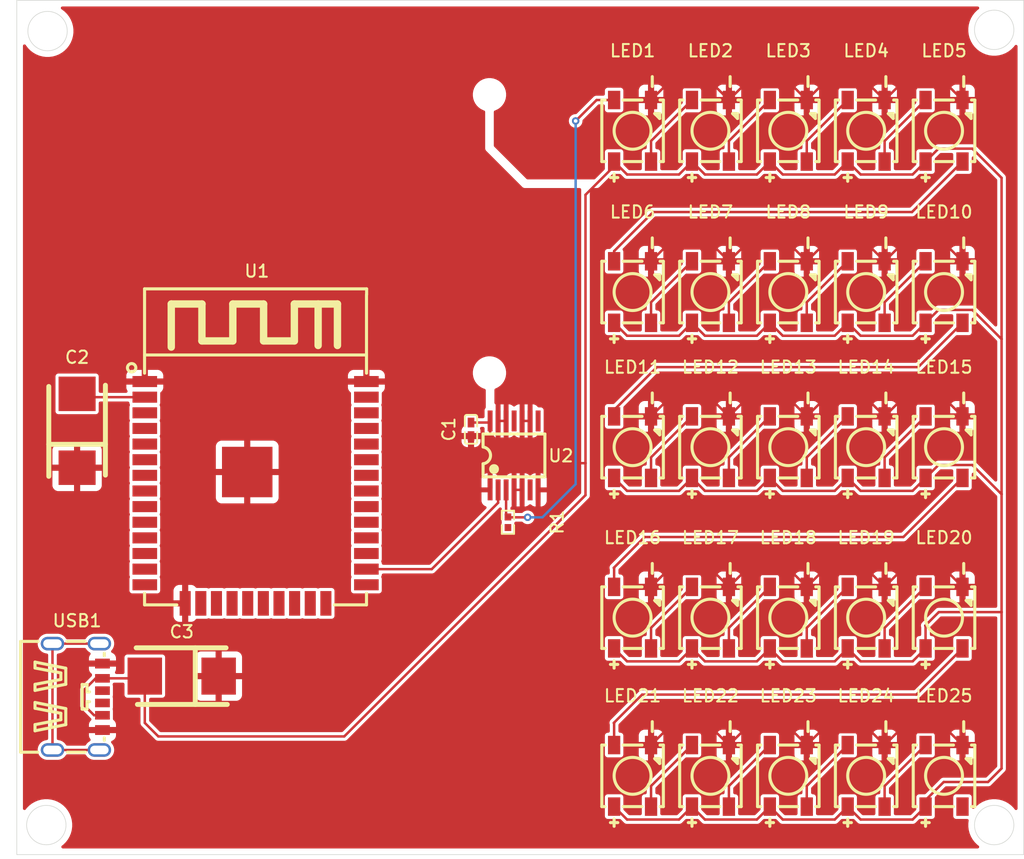
<source format=kicad_pcb>
(kicad_pcb (version 20241229) (generator "pcbnew") (generator_version "9.0")
  (layers (0 "F.Cu" signal) (2 "B.Cu" signal) (13 "F.Paste" user) (15 "B.Paste" user) (5 "F.SilkS" user "F.Silkscreen") (7 "B.SilkS" user "B.Silkscreen") (1 "F.Mask" user) (3 "B.Mask" user) (25 "Edge.Cuts" user))
  (net 0 "")
  (net 1 "IO23")
  (net 2 "IO21")
  (net 3 "SCS_CMD")
  (net 4 "IO32")
  (net 5 "IO27")
  (net 6 "IO12")
  (net 7 "IO22")
  (net 8 "IO19")
  (net 9 "RXD0")
  (net 10 "SDI_SD1")
  (net 11 "SHD_SD2")
  (net 12 "EN")
  (net 13 "TXD0")
  (net 14 "IO0")
  (net 15 "P4Y")
  (net 16 "IO26")
  (net 17 "IO25")
  (net 18 "IO5")
  (net 19 "IO2")
  (net 20 "SENSOR_VN")
  (net 21 "IO35")
  (net 22 "IO33")
  (net 23 "SENSOR_VP")
  (net 24 "IO14")
  (net 25 "IO17")
  (net 26 "P2Y")
  (net 27 "IO18")
  (net 28 "IO16")
  (net 29 "SDO_SD0")
  (net 30 "IO34")
  (net 31 "P3Y")
  (net 32 "esp32Controller.footprint.pins[25].net-net")
  (net 33 "SCK_CLK")
  (net 34 "IO13")
  (net 35 "IO15")
  (net 36 "SWP_SD3")
  (net 37 "levelShifter_P1Y_Resistor-net")
  (net 38 "P1A")
  (net 39 "P3V3")
  (net 40 "EH")
  (net 41 "B5")
  (net 42 "A5")
  (net 43 "led_columns[0]-DIN-2")
  (net 44 "led_columns[3]-DOU")
  (net 45 "data_out-2")
  (net 46 "data_in-1")
  (net 47 "led_columns[4]-DIN-2")
  (net 48 "led_columns[0]-DIN-1")
  (net 49 "led_columns[4]-DIN")
  (net 50 "led_columns[2]-DOU-1")
  (net 51 "led_columns[1]-DIN-3")
  (net 52 "led_columns[1]-DIN-2")
  (net 53 "led_columns[2]-DOU")
  (net 54 "led_columns[3]-DOU-2")
  (net 55 "VDD")
  (net 56 "data_in")
  (net 57 "led_columns[2]-DIN-1")
  (net 58 "led_columns[1]-DIN-1")
  (net 59 "led_columns[1]-DIN")
  (net 60 "led_columns[4]-DIN-1")
  (net 61 "led_columns[4]-DOU")
  (net 62 "led_columns[3]-DOU-1")
  (net 63 "led_columns[0]-DIN")
  (net 64 "led_columns[0]-DOU")
  (net 65 "gnd")
  (net 66 "data_out-1")
  (net 67 "data_out")
  (net 68 "led_columns[4]-data_out")
  (net 69 "led_columns[3]-DIN")
  (net 70 "led_columns[2]-DIN")
  (footprint "XINGLIGHT_XL_5050RGBC_WS2812B:LED-SMD_4P-L5.0-W5.0-BL_XL-5050RGBC" (layer "F.Cu") (at 122.95 77.8)
    (property "Reference" "LED7")
    (property "Value" "")
  )
  (footprint "Samsung_Electro_Mechanics_CL05B104KO5NNNC:C0402" (layer "F.Cu") (at 103.5 88.95 90)
    (property "Reference" "C1")
    (property "Value" "100nF ±10% 16V X7R" (hide yes))
  )
  (footprint "XINGLIGHT_XL_5050RGBC_WS2812B:LED-SMD_4P-L5.0-W5.0-BL_XL-5050RGBC" (layer "F.Cu") (at 129.275 90.4)
    (property "Reference" "LED13")
    (property "Value" "")
  )
  (footprint "AVX_TAJD477K006RNJ:CASE-D_7343" (layer "F.Cu") (at 80 109)
    (property "Reference" "C3")
    (property "Value" "470µF ±10%")
  )
  (footprint "XINGLIGHT_XL_5050RGBC_WS2812B:LED-SMD_4P-L5.0-W5.0-BL_XL-5050RGBC" (layer "F.Cu") (at 141.925 64.7)
    (property "Reference" "LED5")
    (property "Value" "")
  )
  (footprint "XINGLIGHT_XL_5050RGBC_WS2812B:LED-SMD_4P-L5.0-W5.0-BL_XL-5050RGBC" (layer "F.Cu") (at 135.6 117.1)
    (property "Reference" "LED24")
    (property "Value" "")
  )
  (footprint "Espressif_Systems_ESP32_WROOM_32_N4:WIFIM-SMD_ESP32-WROOM-32-N4" (layer "F.Cu") (at 86 94.08)
    (property "Reference" "U1")
    (property "Value" "")
  )
  (footprint "XINGLIGHT_XL_5050RGBC_WS2812B:LED-SMD_4P-L5.0-W5.0-BL_XL-5050RGBC" (layer "F.Cu") (at 129.275 77.8)
    (property "Reference" "LED8")
    (property "Value" "")
  )
  (footprint "XINGLIGHT_XL_5050RGBC_WS2812B:LED-SMD_4P-L5.0-W5.0-BL_XL-5050RGBC" (layer "F.Cu") (at 116.625 104.25)
    (property "Reference" "LED16")
    (property "Value" "")
  )
  (footprint "XINGLIGHT_XL_5050RGBC_WS2812B:LED-SMD_4P-L5.0-W5.0-BL_XL-5050RGBC" (layer "F.Cu") (at 116.625 117.1)
    (property "Reference" "LED21")
    (property "Value" "")
  )
  (footprint "XINGLIGHT_XL_5050RGBC_WS2812B:LED-SMD_4P-L5.0-W5.0-BL_XL-5050RGBC" (layer "F.Cu") (at 116.625 77.8)
    (property "Reference" "LED6")
    (property "Value" "")
  )
  (footprint "XINGLIGHT_XL_5050RGBC_WS2812B:LED-SMD_4P-L5.0-W5.0-BL_XL-5050RGBC" (layer "F.Cu") (at 135.6 77.8)
    (property "Reference" "LED9")
    (property "Value" "")
  )
  (footprint "Texas_Instruments_SN74AHCT125PWR:TSSOP-14_L5.0-W4.4-P0.65-LS6.4-BL" (layer "F.Cu") (at 107 91.07)
    (property "Reference" "U2")
    (property "Value" "")
  )
  (footprint "XINGLIGHT_XL_5050RGBC_WS2812B:LED-SMD_4P-L5.0-W5.0-BL_XL-5050RGBC" (layer "F.Cu") (at 141.925 77.8)
    (property "Reference" "LED10")
    (property "Value" "")
  )
  (footprint "UNI_ROYAL_0402WGF1000TCE:R0402" (layer "F.Cu") (at 106.5 96.5 -90)
    (property "Reference" "R1")
    (property "Value" "100Ω ±1% 62.5mW")
  )
  (footprint "SHOU_HAN_TYPE_C_6P:TYPE-C-SMD_TYPE-C-6P" (layer "F.Cu") (at 71.53 110.68 -90)
    (property "Reference" "USB1")
    (property "Value" "")
  )
  (footprint "XINGLIGHT_XL_5050RGBC_WS2812B:LED-SMD_4P-L5.0-W5.0-BL_XL-5050RGBC" (layer "F.Cu") (at 129.275 104.25)
    (property "Reference" "LED18")
    (property "Value" "")
  )
  (footprint "XINGLIGHT_XL_5050RGBC_WS2812B:LED-SMD_4P-L5.0-W5.0-BL_XL-5050RGBC" (layer "F.Cu") (at 122.95 90.4)
    (property "Reference" "LED12")
    (property "Value" "")
  )
  (footprint "XINGLIGHT_XL_5050RGBC_WS2812B:LED-SMD_4P-L5.0-W5.0-BL_XL-5050RGBC" (layer "F.Cu") (at 141.925 90.4)
    (property "Reference" "LED15")
    (property "Value" "")
  )
  (footprint "XINGLIGHT_XL_5050RGBC_WS2812B:LED-SMD_4P-L5.0-W5.0-BL_XL-5050RGBC" (layer "F.Cu") (at 129.275 117.1)
    (property "Reference" "LED23")
    (property "Value" "")
  )
  (footprint "XINGLIGHT_XL_5050RGBC_WS2812B:LED-SMD_4P-L5.0-W5.0-BL_XL-5050RGBC" (layer "F.Cu") (at 141.925 117.1)
    (property "Reference" "LED25")
    (property "Value" "")
  )
  (footprint "XINGLIGHT_XL_5050RGBC_WS2812B:LED-SMD_4P-L5.0-W5.0-BL_XL-5050RGBC" (layer "F.Cu") (at 122.95 104.25)
    (property "Reference" "LED17")
    (property "Value" "")
  )
  (footprint "XINGLIGHT_XL_5050RGBC_WS2812B:LED-SMD_4P-L5.0-W5.0-BL_XL-5050RGBC" (layer "F.Cu") (at 116.625 64.7)
    (property "Reference" "LED1")
    (property "Value" "")
  )
  (footprint "XINGLIGHT_XL_5050RGBC_WS2812B:LED-SMD_4P-L5.0-W5.0-BL_XL-5050RGBC" (layer "F.Cu") (at 141.925 104.25)
    (property "Reference" "LED20")
    (property "Value" "")
  )
  (footprint "XINGLIGHT_XL_5050RGBC_WS2812B:LED-SMD_4P-L5.0-W5.0-BL_XL-5050RGBC" (layer "F.Cu") (at 116.625 90.4)
    (property "Reference" "LED11")
    (property "Value" "")
  )
  (footprint "XINGLIGHT_XL_5050RGBC_WS2812B:LED-SMD_4P-L5.0-W5.0-BL_XL-5050RGBC" (layer "F.Cu") (at 122.95 64.7)
    (property "Reference" "LED2")
    (property "Value" "")
  )
  (footprint "XINGLIGHT_XL_5050RGBC_WS2812B:LED-SMD_4P-L5.0-W5.0-BL_XL-5050RGBC" (layer "F.Cu") (at 135.6 104.25)
    (property "Reference" "LED19")
    (property "Value" "")
  )
  (footprint "AVX_TAJD477K006RNJ:CASE-D_7343" (layer "F.Cu") (at 71.5 89.07 -90)
    (property "Reference" "C2")
    (property "Value" "470µF ±10%")
  )
  (footprint "XINGLIGHT_XL_5050RGBC_WS2812B:LED-SMD_4P-L5.0-W5.0-BL_XL-5050RGBC" (layer "F.Cu") (at 135.6 64.7)
    (property "Reference" "LED4")
    (property "Value" "")
  )
  (footprint "XINGLIGHT_XL_5050RGBC_WS2812B:LED-SMD_4P-L5.0-W5.0-BL_XL-5050RGBC" (layer "F.Cu") (at 135.6 90.4)
    (property "Reference" "LED14")
    (property "Value" "")
  )
  (footprint "XINGLIGHT_XL_5050RGBC_WS2812B:LED-SMD_4P-L5.0-W5.0-BL_XL-5050RGBC" (layer "F.Cu") (at 129.275 64.7)
    (property "Reference" "LED3")
    (property "Value" "")
  )
  (footprint "XINGLIGHT_XL_5050RGBC_WS2812B:LED-SMD_4P-L5.0-W5.0-BL_XL-5050RGBC" (layer "F.Cu") (at 122.95 117.1)
    (property "Reference" "LED22")
    (property "Value" "")
  )
  (gr_rect (start 66.6 54.1) (end 148.4 123.5) (stroke (width 0.05)) (fill no) (layer "Edge.Cuts"))
  (gr_circle (center 146 56.5) (end 147.6 56.5) (stroke (width 0.05)) (fill no) (layer "Edge.Cuts"))
  (gr_circle (center 69.1 56.6) (end 70.7 56.6) (stroke (width 0.05)) (fill no) (layer "Edge.Cuts"))
  (gr_circle (center 69 121.1) (end 70.6 121.1) (stroke (width 0.05)) (fill no) (layer "Edge.Cuts"))
  (gr_circle (center 146 121.1) (end 147.6 121.1) (stroke (width 0.05)) (fill no) (layer "Edge.Cuts"))
  (segment (start 105.7 94.92) (end 100.31 100.31) (width 0.2) (layer "F.Cu") (net 38))
  (segment (start 105.7 93.87) (end 105.7 94.92) (width 0.2) (layer "F.Cu") (net 38))
  (segment (start 100.31 100.31) (end 95 100.31) (width 0.2) (layer "F.Cu") (net 38))
  (segment (start 71.77 86.34) (end 71.5 86.07) (width 0.2) (layer "F.Cu") (net 39))
  (segment (start 77 86.34) (end 71.77 86.34) (width 0.2) (layer "F.Cu") (net 39))
  (segment (start 73.31 106.36) (end 69.5 106.36) (width 0.2) (layer "F.Cu") (net 40))
  (segment (start 69.5 115) (end 73.31 115) (width 0.2) (layer "F.Cu") (net 40))
  (segment (start 69.5 106.36) (end 69.5 115) (width 0.2) (layer "F.Cu") (net 40))
  (segment (start 130.775 67.2) (end 130.775 65.525) (width 0.2) (layer "F.Cu") (net 43))
  (segment (start 130.775 65.525) (end 134.1 62.2) (width 0.2) (layer "F.Cu") (net 43))
  (segment (start 124.45 106.75) (end 124.45 105.075) (width 0.2) (layer "F.Cu") (net 44))
  (segment (start 124.45 105.075) (end 127.775 101.75) (width 0.2) (layer "F.Cu") (net 44))
  (segment (start 143.425 106.75) (end 139.675 110.5) (width 0.2) (layer "F.Cu") (net 45))
  (segment (start 115.1 112.8) (end 115.125 112.825) (width 0.2) (layer "F.Cu") (net 45))
  (segment (start 139.675 110.5) (end 117.4 110.5) (width 0.2) (layer "F.Cu") (net 45))
  (segment (start 115.125 112.825) (end 115.125 114.6) (width 0.2) (layer "F.Cu") (net 45))
  (segment (start 117.4 110.5) (end 115.1 112.8) (width 0.2) (layer "F.Cu") (net 45))
  (segment (start 115.125 74.475) (end 115.125 75.3) (width 0.2) (layer "F.Cu") (net 46))
  (segment (start 118.3 71.3) (end 115.125 74.475) (width 0.2) (layer "F.Cu") (net 46))
  (segment (start 139.325 71.3) (end 118.3 71.3) (width 0.2) (layer "F.Cu") (net 46))
  (segment (start 143.425 67.2) (end 139.325 71.3) (width 0.2) (layer "F.Cu") (net 46))
  (segment (start 118.125 119.6) (end 118.125 117.925) (width 0.2) (layer "F.Cu") (net 47))
  (segment (start 118.125 117.925) (end 121.45 114.6) (width 0.2) (layer "F.Cu") (net 47))
  (segment (start 118.125 65.525) (end 121.45 62.2) (width 0.2) (layer "F.Cu") (net 48))
  (segment (start 118.125 67.2) (end 118.125 65.525) (width 0.2) (layer "F.Cu") (net 48))
  (segment (start 137.1 117.925) (end 140.425 114.6) (width 0.2) (layer "F.Cu") (net 49))
  (segment (start 137.1 119.6) (end 137.1 117.925) (width 0.2) (layer "F.Cu") (net 49))
  (segment (start 137.1 91.225) (end 140.425 87.9) (width 0.2) (layer "F.Cu") (net 50))
  (segment (start 137.1 92.9) (end 137.1 91.225) (width 0.2) (layer "F.Cu") (net 50))
  (segment (start 124.45 80.3) (end 124.45 78.625) (width 0.2) (layer "F.Cu") (net 51))
  (segment (start 124.45 78.625) (end 127.775 75.3) (width 0.2) (layer "F.Cu") (net 51))
  (segment (start 130.775 78.625) (end 134.1 75.3) (width 0.2) (layer "F.Cu") (net 52))
  (segment (start 130.775 80.3) (end 130.775 78.625) (width 0.2) (layer "F.Cu") (net 52))
  (segment (start 118.125 92.9) (end 118.125 91.225) (width 0.2) (layer "F.Cu") (net 53))
  (segment (start 118.125 91.225) (end 121.45 87.9) (width 0.2) (layer "F.Cu") (net 53))
  (segment (start 118.125 105.075) (end 121.45 101.75) (width 0.2) (layer "F.Cu") (net 54))
  (segment (start 118.125 106.75) (end 118.125 105.075) (width 0.2) (layer "F.Cu") (net 54))
  (segment (start 134.1 92.9) (end 135.151 93.951) (width 0.2) (layer "F.Cu") (net 55))
  (segment (start 120.399 120.651) (end 121.45 119.6) (width 0.2) (layer "F.Cu") (net 55))
  (segment (start 133.049 93.951) (end 134.1 92.9) (width 0.2) (layer "F.Cu") (net 55))
  (segment (start 105.05 89.32) (end 107.43 91.7) (width 0.2) (layer "F.Cu") (net 55))
  (segment (start 121.45 92.9) (end 122.501 93.951) (width 0.2) (layer "F.Cu") (net 55))
  (segment (start 135.151 120.651) (end 139.374 120.651) (width 0.2) (layer "F.Cu") (net 55))
  (segment (start 128.826 81.351) (end 133.049 81.351) (width 0.2) (layer "F.Cu") (net 55))
  (segment (start 144.226 79.249) (end 146.6 81.623) (width 0.2) (layer "F.Cu") (net 55))
  (segment (start 139.374 93.951) (end 140.425 92.9) (width 0.2) (layer "F.Cu") (net 55))
  (segment (start 141.9 117.6) (end 140.425 119.075) (width 0.2) (layer "F.Cu") (net 55))
  (segment (start 135.151 68.251) (end 139.374 68.251) (width 0.2) (layer "F.Cu") (net 55))
  (segment (start 104.92 88.4) (end 105.05 88.27) (width 0.2) (layer "F.Cu") (net 55))
  (segment (start 121.45 106.75) (end 122.501 107.801) (width 0.2) (layer "F.Cu") (net 55))
  (segment (start 133.049 81.351) (end 134.1 80.3) (width 0.2) (layer "F.Cu") (net 55))
  (segment (start 128.826 120.651) (end 133.049 120.651) (width 0.2) (layer "F.Cu") (net 55))
  (segment (start 146.6 116.5) (end 145.5 117.6) (width 0.2) (layer "F.Cu") (net 55))
  (segment (start 133.049 107.801) (end 134.1 106.75) (width 0.2) (layer "F.Cu") (net 55))
  (segment (start 112.8 94.3) (end 112.8 91.7) (width 0.2) (layer "F.Cu") (net 55))
  (segment (start 144.226 91.849) (end 146.6 94.223) (width 0.2) (layer "F.Cu") (net 55))
  (segment (start 72.1 110.088) (end 72.1 111.4) (width 0.2) (layer "F.Cu") (net 55))
  (segment (start 139.374 68.251) (end 140.425 67.2) (width 0.2) (layer "F.Cu") (net 55))
  (segment (start 140.425 92.9) (end 141.476 91.849) (width 0.2) (layer "F.Cu") (net 55))
  (segment (start 112.8 91.7) (end 112.8 69.9) (width 0.2) (layer "F.Cu") (net 55))
  (segment (start 146.6 94.223) (end 146.6 103.8) (width 0.2) (layer "F.Cu") (net 55))
  (segment (start 140.425 119.075) (end 140.425 119.6) (width 0.2) (layer "F.Cu") (net 55))
  (segment (start 139.374 120.651) (end 140.425 119.6) (width 0.2) (layer "F.Cu") (net 55))
  (segment (start 126.724 93.951) (end 127.775 92.9) (width 0.2) (layer "F.Cu") (net 55))
  (segment (start 133.049 68.251) (end 134.1 67.2) (width 0.2) (layer "F.Cu") (net 55))
  (segment (start 78.1 113.9) (end 93.2 113.9) (width 0.2) (layer "F.Cu") (net 55))
  (segment (start 121.45 80.3) (end 122.501 81.351) (width 0.2) (layer "F.Cu") (net 55))
  (segment (start 141.476 66.149) (end 144.226 66.149) (width 0.2) (layer "F.Cu") (net 55))
  (segment (start 145.5 117.6) (end 141.9 117.6) (width 0.2) (layer "F.Cu") (net 55))
  (segment (start 146.6 81.623) (end 146.6 94.223) (width 0.2) (layer "F.Cu") (net 55))
  (segment (start 135.151 93.951) (end 139.374 93.951) (width 0.2) (layer "F.Cu") (net 55))
  (segment (start 128.826 68.251) (end 133.049 68.251) (width 0.2) (layer "F.Cu") (net 55))
  (segment (start 139.374 107.801) (end 140.425 106.75) (width 0.2) (layer "F.Cu") (net 55))
  (segment (start 140.425 67.2) (end 141.476 66.149) (width 0.2) (layer "F.Cu") (net 55))
  (segment (start 120.399 68.251) (end 121.45 67.2) (width 0.2) (layer "F.Cu") (net 55))
  (segment (start 115.125 80.3) (end 116.176 81.351) (width 0.2) (layer "F.Cu") (net 55))
  (segment (start 146.6 68.523) (end 146.6 81.623) (width 0.2) (layer "F.Cu") (net 55))
  (segment (start 140.425 80.3) (end 141.476 79.249) (width 0.2) (layer "F.Cu") (net 55))
  (segment (start 115.125 92.9) (end 116.176 93.951) (width 0.2) (layer "F.Cu") (net 55))
  (segment (start 72.88 112.18) (end 73.56 112.18) (width 0.2) (layer "F.Cu") (net 55))
  (segment (start 146.6 103.8) (end 141.5 103.8) (width 0.2) (layer "F.Cu") (net 55))
  (segment (start 122.501 68.251) (end 126.724 68.251) (width 0.2) (layer "F.Cu") (net 55))
  (segment (start 134.1 67.2) (end 135.151 68.251) (width 0.2) (layer "F.Cu") (net 55))
  (segment (start 126.724 120.651) (end 127.775 119.6) (width 0.2) (layer "F.Cu") (net 55))
  (segment (start 122.501 81.351) (end 126.724 81.351) (width 0.2) (layer "F.Cu") (net 55))
  (segment (start 115.125 67.2) (end 115.125 67.575) (width 0.2) (layer "F.Cu") (net 55))
  (segment (start 127.775 80.3) (end 128.826 81.351) (width 0.2) (layer "F.Cu") (net 55))
  (segment (start 103.5 88.4) (end 104.92 88.4) (width 0.2) (layer "F.Cu") (net 55))
  (segment (start 77 112.8) (end 78.1 113.9) (width 0.2) (layer "F.Cu") (net 55))
  (segment (start 116.176 107.801) (end 120.399 107.801) (width 0.2) (layer "F.Cu") (net 55))
  (segment (start 126.724 68.251) (end 127.775 67.2) (width 0.2) (layer "F.Cu") (net 55))
  (segment (start 126.724 107.801) (end 127.775 106.75) (width 0.2) (layer "F.Cu") (net 55))
  (segment (start 127.775 67.2) (end 128.826 68.251) (width 0.2) (layer "F.Cu") (net 55))
  (segment (start 141.476 79.249) (end 144.226 79.249) (width 0.2) (layer "F.Cu") (net 55))
  (segment (start 126.724 81.351) (end 127.775 80.3) (width 0.2) (layer "F.Cu") (net 55))
  (segment (start 73.56 109.18) (end 73.008 109.18) (width 0.2) (layer "F.Cu") (net 55))
  (segment (start 141.476 91.849) (end 144.226 91.849) (width 0.2) (layer "F.Cu") (net 55))
  (segment (start 128.826 93.951) (end 133.049 93.951) (width 0.2) (layer "F.Cu") (net 55))
  (segment (start 115.125 67.575) (end 112.8 69.9) (width 0.2) (layer "F.Cu") (net 55))
  (segment (start 120.399 93.951) (end 121.45 92.9) (width 0.2) (layer "F.Cu") (net 55))
  (segment (start 77 109) (end 77 112.8) (width 0.2) (layer "F.Cu") (net 55))
  (segment (start 146.6 103.8) (end 146.6 116.5) (width 0.2) (layer "F.Cu") (net 55))
  (segment (start 144.226 66.149) (end 146.6 68.523) (width 0.2) (layer "F.Cu") (net 55))
  (segment (start 116.176 81.351) (end 120.399 81.351) (width 0.2) (layer "F.Cu") (net 55))
  (segment (start 116.176 68.251) (end 120.399 68.251) (width 0.2) (layer "F.Cu") (net 55))
  (segment (start 73.008 109.18) (end 72.1 110.088) (width 0.2) (layer "F.Cu") (net 55))
  (segment (start 122.501 93.951) (end 126.724 93.951) (width 0.2) (layer "F.Cu") (net 55))
  (segment (start 128.826 107.801) (end 133.049 107.801) (width 0.2) (layer "F.Cu") (net 55))
  (segment (start 115.125 106.75) (end 116.176 107.801) (width 0.2) (layer "F.Cu") (net 55))
  (segment (start 122.501 107.801) (end 126.724 107.801) (width 0.2) (layer "F.Cu") (net 55))
  (segment (start 133.049 120.651) (end 134.1 119.6) (width 0.2) (layer "F.Cu") (net 55))
  (segment (start 140.425 104.925) (end 140.425 106.75) (width 0.2) (layer "F.Cu") (net 55))
  (segment (start 134.1 106.75) (end 135.151 107.801) (width 0.2) (layer "F.Cu") (net 55))
  (segment (start 120.399 81.351) (end 121.45 80.3) (width 0.2) (layer "F.Cu") (net 55))
  (segment (start 121.45 67.2) (end 122.501 68.251) (width 0.2) (layer "F.Cu") (net 55))
  (segment (start 76.82 109.18) (end 77 109) (width 0.2) (layer "F.Cu") (net 55))
  (segment (start 116.176 93.951) (end 120.399 93.951) (width 0.2) (layer "F.Cu") (net 55))
  (segment (start 139.374 81.351) (end 140.425 80.3) (width 0.2) (layer "F.Cu") (net 55))
  (segment (start 105.05 88.27) (end 105.05 89.32) (width 0.2) (layer "F.Cu") (net 55))
  (segment (start 121.45 119.6) (end 122.501 120.651) (width 0.2) (layer "F.Cu") (net 55))
  (segment (start 134.1 119.6) (end 135.151 120.651) (width 0.2) (layer "F.Cu") (net 55))
  (segment (start 115.125 67.2) (end 116.176 68.251) (width 0.2) (layer "F.Cu") (net 55))
  (segment (start 127.775 106.75) (end 128.826 107.801) (width 0.2) (layer "F.Cu") (net 55))
  (segment (start 72.1 111.4) (end 72.88 112.18) (width 0.2) (layer "F.Cu") (net 55))
  (segment (start 135.151 81.351) (end 139.374 81.351) (width 0.2) (layer "F.Cu") (net 55))
  (segment (start 120.399 107.801) (end 121.45 106.75) (width 0.2) (layer "F.Cu") (net 55))
  (segment (start 134.1 80.3) (end 135.151 81.351) (width 0.2) (layer "F.Cu") (net 55))
  (segment (start 135.151 107.801) (end 139.374 107.801) (width 0.2) (layer "F.Cu") (net 55))
  (segment (start 141.5 103.8) (end 140.4 104.9) (width 0.2) (layer "F.Cu") (net 55))
  (segment (start 73.56 109.18) (end 76.82 109.18) (width 0.2) (layer "F.Cu") (net 55))
  (segment (start 140.4 104.9) (end 140.425 104.925) (width 0.2) (layer "F.Cu") (net 55))
  (segment (start 107.43 91.7) (end 112.8 91.7) (width 0.2) (layer "F.Cu") (net 55))
  (segment (start 122.501 120.651) (end 126.724 120.651) (width 0.2) (layer "F.Cu") (net 55))
  (segment (start 93.2 113.9) (end 112.8 94.3) (width 0.2) (layer "F.Cu") (net 55))
  (segment (start 116.176 120.651) (end 120.399 120.651) (width 0.2) (layer "F.Cu") (net 55))
  (segment (start 127.775 119.6) (end 128.826 120.651) (width 0.2) (layer "F.Cu") (net 55))
  (segment (start 115.125 119.6) (end 116.176 120.651) (width 0.2) (layer "F.Cu") (net 55))
  (segment (start 127.775 92.9) (end 128.826 93.951) (width 0.2) (layer "F.Cu") (net 55))
  (segment (start 106.53 96.1) (end 106.5 96.07) (width 0.2) (layer "F.Cu") (net 56))
  (segment (start 106.35 93.87) (end 106.35 95.92) (width 0.2) (layer "F.Cu") (net 56))
  (segment (start 115.125 62.2) (end 113.7 62.2) (width 0.2) (layer "F.Cu") (net 56))
  (segment (start 108.1 96.1) (end 106.53 96.1) (width 0.2) (layer "F.Cu") (net 56))
  (segment (start 113.7 62.2) (end 112 63.9) (width 0.2) (layer "F.Cu") (net 56))
  (segment (start 106.35 95.92) (end 106.5 96.07) (width 0.2) (layer "F.Cu") (net 56))
  (via (at 108.1 96.1) (size 0.6) (drill 0.3) (layers "F.Cu" "B.Cu") (net 56))
  (via (at 112 63.9) (size 0.6) (drill 0.3) (layers "F.Cu" "B.Cu") (net 56))
  (segment (start 112 93.4) (end 109.3 96.1) (width 0.2) (layer "B.Cu") (net 56))
  (segment (start 109.3 96.1) (end 108.1 96.1) (width 0.2) (layer "B.Cu") (net 56))
  (segment (start 112 63.9) (end 112 93.4) (width 0.2) (layer "B.Cu") (net 56))
  (segment (start 130.775 92.9) (end 130.775 91.225) (width 0.2) (layer "F.Cu") (net 57))
  (segment (start 130.775 91.225) (end 134.1 87.9) (width 0.2) (layer "F.Cu") (net 57))
  (segment (start 137.1 78.625) (end 140.425 75.3) (width 0.2) (layer "F.Cu") (net 58))
  (segment (start 137.1 80.3) (end 137.1 78.625) (width 0.2) (layer "F.Cu") (net 58))
  (segment (start 118.125 80.3) (end 118.125 78.625) (width 0.2) (layer "F.Cu") (net 59))
  (segment (start 118.125 78.625) (end 121.45 75.3) (width 0.2) (layer "F.Cu") (net 59))
  (segment (start 130.775 117.925) (end 134.1 114.6) (width 0.2) (layer "F.Cu") (net 60))
  (segment (start 130.775 119.6) (end 130.775 117.925) (width 0.2) (layer "F.Cu") (net 60))
  (segment (start 124.45 119.6) (end 124.45 117.925) (width 0.2) (layer "F.Cu") (net 61))
  (segment (start 124.45 117.925) (end 127.775 114.6) (width 0.2) (layer "F.Cu") (net 61))
  (segment (start 137.1 105.075) (end 140.425 101.75) (width 0.2) (layer "F.Cu") (net 62))
  (segment (start 137.1 106.75) (end 137.1 105.075) (width 0.2) (layer "F.Cu") (net 62))
  (segment (start 137.1 67.2) (end 137.1 65.525) (width 0.2) (layer "F.Cu") (net 63))
  (segment (start 137.1 65.525) (end 140.425 62.2) (width 0.2) (layer "F.Cu") (net 63))
  (segment (start 124.45 67.2) (end 124.45 65.525) (width 0.2) (layer "F.Cu") (net 64))
  (segment (start 124.45 65.525) (end 127.775 62.2) (width 0.2) (layer "F.Cu") (net 64))
  (segment (start 138.151 61.149) (end 142.374 61.149) (width 0.2) (layer "F.Cu") (net 65))
  (segment (start 125.501 100.699) (end 129.724 100.699) (width 0.2) (layer "F.Cu") (net 65))
  (segment (start 131.826 74.249) (end 136.049 74.249) (width 0.2) (layer "F.Cu") (net 65))
  (segment (start 130.775 75.3) (end 131.826 74.249) (width 0.2) (layer "F.Cu") (net 65))
  (segment (start 131.826 113.549) (end 136.049 113.549) (width 0.2) (layer "F.Cu") (net 65))
  (segment (start 136.049 61.149) (end 137.1 62.2) (width 0.2) (layer "F.Cu") (net 65))
  (segment (start 137.1 62.2) (end 138.151 61.149) (width 0.2) (layer "F.Cu") (net 65))
  (segment (start 119.176 61.149) (end 123.399 61.149) (width 0.2) (layer "F.Cu") (net 65))
  (segment (start 108.8 95.4) (end 108.95 95.25) (width 0.2) (layer "F.Cu") (net 65))
  (segment (start 123.399 100.699) (end 124.45 101.75) (width 0.2) (layer "F.Cu") (net 65))
  (segment (start 136.049 100.699) (end 137.1 101.75) (width 0.2) (layer "F.Cu") (net 65))
  (segment (start 125.501 61.149) (end 129.724 61.149) (width 0.2) (layer "F.Cu") (net 65))
  (segment (start 142.374 86.849) (end 143.425 87.9) (width 0.2) (layer "F.Cu") (net 65))
  (segment (start 138.151 113.549) (end 142.374 113.549) (width 0.2) (layer "F.Cu") (net 65))
  (segment (start 124.45 75.3) (end 125.501 74.249) (width 0.2) (layer "F.Cu") (net 65))
  (segment (start 118.125 114.6) (end 119.176 113.549) (width 0.2) (layer "F.Cu") (net 65))
  (segment (start 130.775 62.2) (end 131.826 61.149) (width 0.2) (layer "F.Cu") (net 65))
  (segment (start 142.374 61.149) (end 143.425 62.2) (width 0.2) (layer "F.Cu") (net 65))
  (segment (start 107 93.87) (end 107 92.4) (width 0.2) (layer "F.Cu") (net 65))
  (segment (start 129.724 86.849) (end 130.775 87.9) (width 0.2) (layer "F.Cu") (net 65))
  (segment (start 118.125 62.2) (end 119.176 61.149) (width 0.2) (layer "F.Cu") (net 65))
  (segment (start 137.1 114.6) (end 138.151 113.549) (width 0.2) (layer "F.Cu") (net 65))
  (segment (start 125.55 113.5) (end 129.675 113.5) (width 0.2) (layer "F.Cu") (net 65))
  (segment (start 105.05 92.45) (end 105.05 93.87) (width 0.2) (layer "F.Cu") (net 65))
  (segment (start 131.875 86.8) (end 136 86.8) (width 0.2) (layer "F.Cu") (net 65))
  (segment (start 142.374 113.549) (end 143.425 114.6) (width 0.2) (layer "F.Cu") (net 65))
  (segment (start 123.399 74.249) (end 124.45 75.3) (width 0.2) (layer "F.Cu") (net 65))
  (segment (start 107.65 95.25) (end 107.8 95.4) (width 0.2) (layer "F.Cu") (net 65))
  (segment (start 124.45 101.75) (end 125.501 100.699) (width 0.2) (layer "F.Cu") (net 65))
  (segment (start 123.399 113.549) (end 124.45 114.6) (width 0.2) (layer "F.Cu") (net 65))
  (segment (start 108.95 95.25) (end 108.95 93.87) (width 0.2) (layer "F.Cu") (net 65))
  (segment (start 106.35 88.27) (end 106.35 86.45) (width 0.2) (layer "F.Cu") (net 65))
  (segment (start 138.2 74.2) (end 142.325 74.2) (width 0.2) (layer "F.Cu") (net 65))
  (segment (start 107.65 93.87) (end 107 93.87) (width 0.2) (layer "F.Cu") (net 65))
  (segment (start 118.125 75.3) (end 119.176 74.249) (width 0.2) (layer "F.Cu") (net 65))
  (segment (start 119.176 113.549) (end 123.399 113.549) (width 0.2) (layer "F.Cu") (net 65))
  (segment (start 130.775 101.75) (end 131.826 100.699) (width 0.2) (layer "F.Cu") (net 65))
  (segment (start 125.501 86.849) (end 129.724 86.849) (width 0.2) (layer "F.Cu") (net 65))
  (segment (start 136 86.8) (end 137.1 87.9) (width 0.2) (layer "F.Cu") (net 65))
  (segment (start 106.6 86.2) (end 107.4 86.2) (width 0.2) (layer "F.Cu") (net 65))
  (segment (start 123.25 86.7) (end 124.45 87.9) (width 0.2) (layer "F.Cu") (net 65))
  (segment (start 119.176 100.699) (end 123.399 100.699) (width 0.2) (layer "F.Cu") (net 65))
  (segment (start 119.176 74.249) (end 123.399 74.249) (width 0.2) (layer "F.Cu") (net 65))
  (segment (start 130.775 87.9) (end 131.875 86.8) (width 0.2) (layer "F.Cu") (net 65))
  (segment (start 107 92.4) (end 106.7 92.1) (width 0.2) (layer "F.Cu") (net 65))
  (segment (start 124.45 114.6) (end 125.55 113.5) (width 0.2) (layer "F.Cu") (net 65))
  (segment (start 138.151 86.849) (end 142.374 86.849) (width 0.2) (layer "F.Cu") (net 65))
  (segment (start 129.675 113.5) (end 130.775 114.6) (width 0.2) (layer "F.Cu") (net 65))
  (segment (start 131.826 100.699) (end 136.049 100.699) (width 0.2) (layer "F.Cu") (net 65))
  (segment (start 107.65 88.27) (end 108.3 88.27) (width 0.2) (layer "F.Cu") (net 65))
  (segment (start 129.724 74.249) (end 130.775 75.3) (width 0.2) (layer "F.Cu") (net 65))
  (segment (start 118.125 87.9) (end 119.325 86.7) (width 0.2) (layer "F.Cu") (net 65))
  (segment (start 106.35 86.45) (end 106.6 86.2) (width 0.2) (layer "F.Cu") (net 65))
  (segment (start 107.4 86.2) (end 107.65 86.45) (width 0.2) (layer "F.Cu") (net 65))
  (segment (start 130.775 114.6) (end 131.826 113.549) (width 0.2) (layer "F.Cu") (net 65))
  (segment (start 107.65 86.45) (end 107.65 88.27) (width 0.2) (layer "F.Cu") (net 65))
  (segment (start 136.049 113.549) (end 137.1 114.6) (width 0.2) (layer "F.Cu") (net 65))
  (segment (start 131.826 61.149) (end 136.049 61.149) (width 0.2) (layer "F.Cu") (net 65))
  (segment (start 125.501 74.249) (end 129.724 74.249) (width 0.2) (layer "F.Cu") (net 65))
  (segment (start 123.399 61.149) (end 124.45 62.2) (width 0.2) (layer "F.Cu") (net 65))
  (segment (start 124.45 62.2) (end 125.501 61.149) (width 0.2) (layer "F.Cu") (net 65))
  (segment (start 138.15 100.7) (end 142.375 100.7) (width 0.2) (layer "F.Cu") (net 65))
  (segment (start 129.724 100.699) (end 130.775 101.75) (width 0.2) (layer "F.Cu") (net 65))
  (segment (start 124.45 87.9) (end 125.501 86.849) (width 0.2) (layer "F.Cu") (net 65))
  (segment (start 106.7 92.1) (end 105.4 92.1) (width 0.2) (layer "F.Cu") (net 65))
  (segment (start 136.049 74.249) (end 137.1 75.3) (width 0.2) (layer "F.Cu") (net 65))
  (segment (start 105.7 88.27) (end 106.35 88.27) (width 0.2) (layer "F.Cu") (net 65))
  (segment (start 107.8 95.4) (end 108.8 95.4) (width 0.2) (layer "F.Cu") (net 65))
  (segment (start 107.65 93.87) (end 107.65 95.25) (width 0.2) (layer "F.Cu") (net 65))
  (segment (start 118.125 101.75) (end 119.176 100.699) (width 0.2) (layer "F.Cu") (net 65))
  (segment (start 105.4 92.1) (end 105.05 92.45) (width 0.2) (layer "F.Cu") (net 65))
  (segment (start 142.325 74.2) (end 143.425 75.3) (width 0.2) (layer "F.Cu") (net 65))
  (segment (start 129.724 61.149) (end 130.775 62.2) (width 0.2) (layer "F.Cu") (net 65))
  (segment (start 142.375 100.7) (end 143.425 101.75) (width 0.2) (layer "F.Cu") (net 65))
  (segment (start 119.325 86.7) (end 123.25 86.7) (width 0.2) (layer "F.Cu") (net 65))
  (segment (start 137.1 87.9) (end 138.151 86.849) (width 0.2) (layer "F.Cu") (net 65))
  (segment (start 137.1 75.3) (end 138.2 74.2) (width 0.2) (layer "F.Cu") (net 65))
  (segment (start 137.1 101.75) (end 138.15 100.7) (width 0.2) (layer "F.Cu") (net 65))
  (segment (start 117.6 97.7) (end 115.1 100.2) (width 0.2) (layer "F.Cu") (net 66))
  (segment (start 138.625 97.7) (end 117.6 97.7) (width 0.2) (layer "F.Cu") (net 66))
  (segment (start 115.1 100.2) (end 115.125 100.225) (width 0.2) (layer "F.Cu") (net 66))
  (segment (start 115.125 100.225) (end 115.125 101.75) (width 0.2) (layer "F.Cu") (net 66))
  (segment (start 143.425 92.9) (end 138.625 97.7) (width 0.2) (layer "F.Cu") (net 66))
  (segment (start 139.825 83.9) (end 118.6 83.9) (width 0.2) (layer "F.Cu") (net 67))
  (segment (start 115.125 87.375) (end 115.125 87.9) (width 0.2) (layer "F.Cu") (net 67))
  (segment (start 143.425 80.3) (end 139.825 83.9) (width 0.2) (layer "F.Cu") (net 67))
  (segment (start 118.6 83.9) (end 115.125 87.375) (width 0.2) (layer "F.Cu") (net 67))
  (segment (start 130.775 105.075) (end 134.1 101.75) (width 0.2) (layer "F.Cu") (net 69))
  (segment (start 130.775 106.75) (end 130.775 105.075) (width 0.2) (layer "F.Cu") (net 69))
  (segment (start 124.45 92.9) (end 124.45 91.225) (width 0.2) (layer "F.Cu") (net 70))
  (segment (start 124.45 91.225) (end 127.775 87.9) (width 0.2) (layer "F.Cu") (net 70))
  (zone (net 65) (net_name "gnd") (layer "F.Cu") (name "GND") (connect_pads (clearance 0.25)) (min_thickness 0.25) (fill yes (thermal_gap 0.5) (thermal_bridge_width 0.5))
    (polygon (pts (xy 66.6 54.1) (xy 148.4 54.1) (xy 148.4 123.5) (xy 66.6 123.5)))
  )
)
</source>
